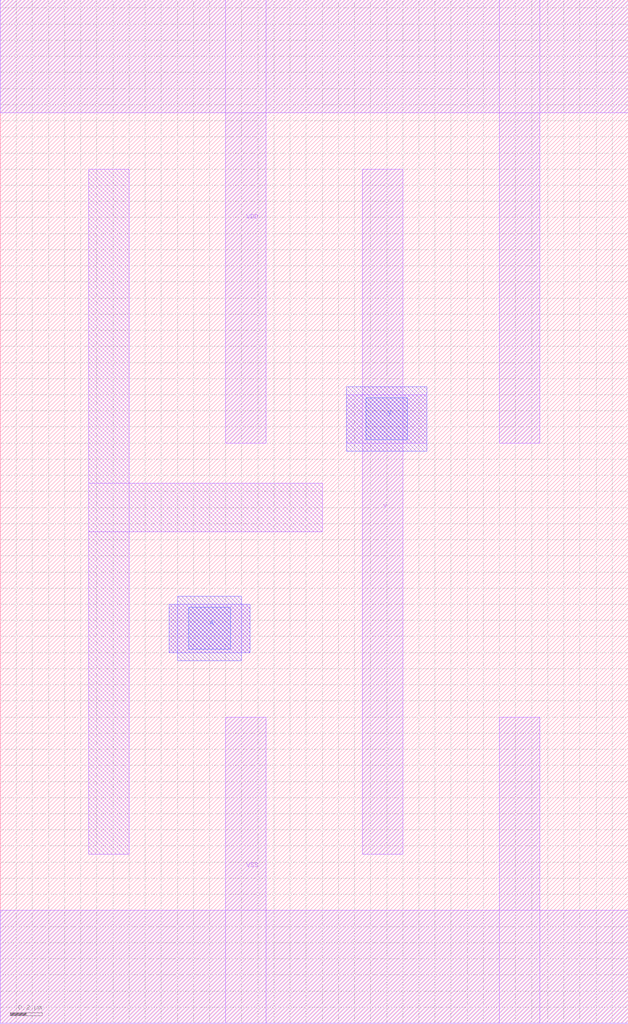
<source format=lef>
# Copyright 2022 Google LLC
# Licensed under the Apache License, Version 2.0 (the "License");
# you may not use this file except in compliance with the License.
# You may obtain a copy of the License at
#
#      http://www.apache.org/licenses/LICENSE-2.0
#
# Unless required by applicable law or agreed to in writing, software
# distributed under the License is distributed on an "AS IS" BASIS,
# WITHOUT WARRANTIES OR CONDITIONS OF ANY KIND, either express or implied.
# See the License for the specific language governing permissions and
# limitations under the License.
VERSION 5.7 ;
BUSBITCHARS "[]" ;
DIVIDERCHAR "/" ;

MACRO gf180mcu_osu_sc_gp9t3v3__clkbuf_2
  CLASS CORE ;
  ORIGIN 0 0 ;
  FOREIGN gf180mcu_osu_sc_gp9t3v3__clkbuf_2 0 0 ;
  SIZE 3.9 BY 6.35 ;
  SYMMETRY X Y ;
  SITE gf180mcu_osu_sc_gp9t3v3 ;
  PIN VDD
    DIRECTION INOUT ;
    USE POWER ;
    SHAPE ABUTMENT ;
    PORT
      LAYER Metal1 ;
        RECT 0 5.65 3.9 6.35 ;
        RECT 3.1 3.6 3.35 6.35 ;
        RECT 1.4 3.6 1.65 6.35 ;
    END
  END VDD
  PIN VSS
    DIRECTION INOUT ;
    USE GROUND ;
    SHAPE ABUTMENT ;
    PORT
      LAYER Metal1 ;
        RECT 0 0 3.9 0.7 ;
        RECT 3.1 0 3.35 1.9 ;
        RECT 1.4 0 1.65 1.9 ;
    END
  END VSS
  PIN A
    DIRECTION INPUT ;
    USE SIGNAL ;
    PORT
      LAYER Metal1 ;
        RECT 1.05 2.3 1.55 2.6 ;
      LAYER Metal2 ;
        RECT 1.05 2.3 1.55 2.6 ;
        RECT 1.1 2.25 1.5 2.65 ;
      LAYER Via1 ;
        RECT 1.17 2.32 1.43 2.58 ;
    END
  END A
  PIN Y
    DIRECTION OUTPUT ;
    USE SIGNAL ;
    PORT
      LAYER Metal1 ;
        RECT 2.15 3.6 2.65 3.9 ;
        RECT 2.25 1.05 2.5 5.3 ;
      LAYER Metal2 ;
        RECT 2.15 3.55 2.65 3.95 ;
      LAYER Via1 ;
        RECT 2.27 3.62 2.53 3.88 ;
    END
  END Y
  OBS
    LAYER Metal1 ;
      RECT 0.55 1.05 0.8 5.3 ;
      RECT 0.55 3.05 2 3.35 ;
  END
END gf180mcu_osu_sc_gp9t3v3__clkbuf_2

</source>
